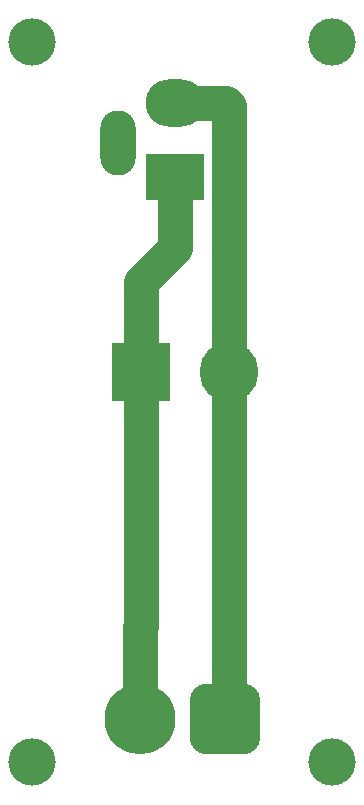
<source format=gbr>
%TF.GenerationSoftware,KiCad,Pcbnew,(6.0.8)*%
%TF.CreationDate,2022-11-29T03:14:47+02:00*%
%TF.ProjectId,xt60_adapter,78743630-5f61-4646-9170-7465722e6b69,rev?*%
%TF.SameCoordinates,Original*%
%TF.FileFunction,Copper,L1,Top*%
%TF.FilePolarity,Positive*%
%FSLAX46Y46*%
G04 Gerber Fmt 4.6, Leading zero omitted, Abs format (unit mm)*
G04 Created by KiCad (PCBNEW (6.0.8)) date 2022-11-29 03:14:47*
%MOMM*%
%LPD*%
G01*
G04 APERTURE LIST*
G04 Aperture macros list*
%AMRoundRect*
0 Rectangle with rounded corners*
0 $1 Rounding radius*
0 $2 $3 $4 $5 $6 $7 $8 $9 X,Y pos of 4 corners*
0 Add a 4 corners polygon primitive as box body*
4,1,4,$2,$3,$4,$5,$6,$7,$8,$9,$2,$3,0*
0 Add four circle primitives for the rounded corners*
1,1,$1+$1,$2,$3*
1,1,$1+$1,$4,$5*
1,1,$1+$1,$6,$7*
1,1,$1+$1,$8,$9*
0 Add four rect primitives between the rounded corners*
20,1,$1+$1,$2,$3,$4,$5,0*
20,1,$1+$1,$4,$5,$6,$7,0*
20,1,$1+$1,$6,$7,$8,$9,0*
20,1,$1+$1,$8,$9,$2,$3,0*%
G04 Aperture macros list end*
%TA.AperFunction,ComponentPad*%
%ADD10R,5.000000X4.000000*%
%TD*%
%TA.AperFunction,ComponentPad*%
%ADD11O,5.000000X4.000000*%
%TD*%
%TA.AperFunction,ComponentPad*%
%ADD12O,3.000000X5.500000*%
%TD*%
%TA.AperFunction,ComponentPad*%
%ADD13RoundRect,1.500000X1.500000X1.500000X-1.500000X1.500000X-1.500000X-1.500000X1.500000X-1.500000X0*%
%TD*%
%TA.AperFunction,ComponentPad*%
%ADD14C,6.000000*%
%TD*%
%TA.AperFunction,ComponentPad*%
%ADD15R,5.000000X5.000000*%
%TD*%
%TA.AperFunction,ComponentPad*%
%ADD16C,5.000000*%
%TD*%
%TA.AperFunction,ViaPad*%
%ADD17C,4.000000*%
%TD*%
%TA.AperFunction,Conductor*%
%ADD18C,0.250000*%
%TD*%
%TA.AperFunction,Conductor*%
%ADD19C,3.000000*%
%TD*%
G04 APERTURE END LIST*
D10*
%TO.P,J1,1*%
%TO.N,Net-(C1-Pad1)*%
X103520000Y-59690000D03*
D11*
%TO.P,J1,2*%
%TO.N,Net-(C1-Pad2)*%
X103520000Y-53390000D03*
D12*
%TO.P,J1,3*%
%TO.N,unconnected-(J1-Pad3)*%
X98720000Y-56790000D03*
%TD*%
D13*
%TO.P,J2,1,Pin_1*%
%TO.N,Net-(C1-Pad2)*%
X107740000Y-105562400D03*
D14*
%TO.P,J2,2,Pin_2*%
%TO.N,Net-(C1-Pad1)*%
X100540000Y-105562400D03*
%TD*%
D15*
%TO.P,C1,1*%
%TO.N,Net-(C1-Pad1)*%
X100627246Y-76200000D03*
D16*
%TO.P,C1,2*%
%TO.N,Net-(C1-Pad2)*%
X108127246Y-76200000D03*
%TD*%
D17*
%TO.N,*%
X91440000Y-48260000D03*
X91440000Y-109220000D03*
X116840000Y-109220000D03*
X116840000Y-48260000D03*
%TD*%
D18*
%TO.N,Net-(C1-Pad2)*%
X108127246Y-105175154D02*
X107740000Y-105562400D01*
D19*
X108127246Y-97402754D02*
X108127246Y-105175154D01*
%TO.N,Net-(C1-Pad1)*%
X100540000Y-97790000D02*
X100540000Y-105562400D01*
D18*
X100627246Y-97702754D02*
X100540000Y-97790000D01*
D19*
X100627246Y-76200000D02*
X100627246Y-97702754D01*
D18*
%TO.N,Net-(C1-Pad2)*%
X107740000Y-97790000D02*
X108127246Y-97402754D01*
D19*
X108127246Y-97402754D02*
X108127246Y-76200000D01*
D18*
X107847600Y-53390000D02*
X108127246Y-53669646D01*
D19*
X108127246Y-53669646D02*
X108127246Y-76200000D01*
X103520000Y-53390000D02*
X107847600Y-53390000D01*
D18*
%TO.N,Net-(C1-Pad1)*%
X100634800Y-68732400D02*
X100627246Y-68739954D01*
X100634800Y-68580000D02*
X100634800Y-68732400D01*
D19*
X103520000Y-65694800D02*
X100634800Y-68580000D01*
X100627246Y-68739954D02*
X100627246Y-76200000D01*
X103520000Y-59690000D02*
X103520000Y-65694800D01*
%TD*%
M02*

</source>
